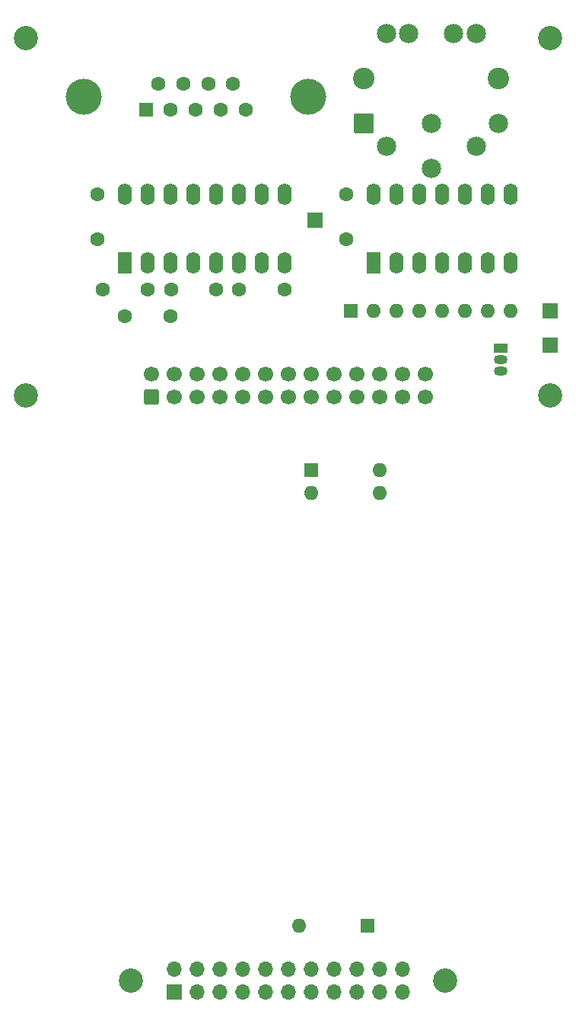
<source format=gbr>
%TF.GenerationSoftware,KiCad,Pcbnew,7.0.9*%
%TF.CreationDate,2024-02-17T15:53:24+01:00*%
%TF.ProjectId,kim-1-aux-card,6b696d2d-312d-4617-9578-2d636172642e,rev?*%
%TF.SameCoordinates,Original*%
%TF.FileFunction,Soldermask,Top*%
%TF.FilePolarity,Negative*%
%FSLAX46Y46*%
G04 Gerber Fmt 4.6, Leading zero omitted, Abs format (unit mm)*
G04 Created by KiCad (PCBNEW 7.0.9) date 2024-02-17 15:53:24*
%MOMM*%
%LPD*%
G01*
G04 APERTURE LIST*
G04 Aperture macros list*
%AMRoundRect*
0 Rectangle with rounded corners*
0 $1 Rounding radius*
0 $2 $3 $4 $5 $6 $7 $8 $9 X,Y pos of 4 corners*
0 Add a 4 corners polygon primitive as box body*
4,1,4,$2,$3,$4,$5,$6,$7,$8,$9,$2,$3,0*
0 Add four circle primitives for the rounded corners*
1,1,$1+$1,$2,$3*
1,1,$1+$1,$4,$5*
1,1,$1+$1,$6,$7*
1,1,$1+$1,$8,$9*
0 Add four rect primitives between the rounded corners*
20,1,$1+$1,$2,$3,$4,$5,0*
20,1,$1+$1,$4,$5,$6,$7,0*
20,1,$1+$1,$6,$7,$8,$9,0*
20,1,$1+$1,$8,$9,$2,$3,0*%
G04 Aperture macros list end*
%ADD10C,2.400000*%
%ADD11RoundRect,0.102000X0.975000X0.975000X-0.975000X0.975000X-0.975000X-0.975000X0.975000X-0.975000X0*%
%ADD12C,2.154000*%
%ADD13C,2.700000*%
%ADD14C,4.000000*%
%ADD15R,1.600000X1.600000*%
%ADD16C,1.600000*%
%ADD17R,1.500000X1.050000*%
%ADD18O,1.500000X1.050000*%
%ADD19R,1.600000X2.400000*%
%ADD20O,1.600000X2.400000*%
%ADD21O,1.600000X1.600000*%
%ADD22RoundRect,0.250000X0.600000X-0.600000X0.600000X0.600000X-0.600000X0.600000X-0.600000X-0.600000X0*%
%ADD23C,1.700000*%
%ADD24R,1.700000X1.700000*%
%ADD25O,1.700000X1.700000*%
G04 APERTURE END LIST*
D10*
%TO.C,J3*%
X165400000Y-47590000D03*
X150400000Y-47590000D03*
D11*
X150400000Y-52590000D03*
D12*
X152900000Y-55090000D03*
X157900000Y-52590000D03*
X162900000Y-55090000D03*
X165400000Y-52590000D03*
X157900000Y-57590000D03*
X162900000Y-42590000D03*
X160400000Y-42590000D03*
X155400000Y-42590000D03*
X152900000Y-42590000D03*
%TD*%
D13*
%TO.C,REF\u002A\u002A*%
X112780000Y-82770000D03*
%TD*%
D14*
%TO.C,J7*%
X144180000Y-49600331D03*
X119180000Y-49600331D03*
D15*
X126140000Y-51020331D03*
D16*
X128910000Y-51020331D03*
X131680000Y-51020331D03*
X134450000Y-51020331D03*
X137220000Y-51020331D03*
X127525000Y-48180331D03*
X130295000Y-48180331D03*
X133065000Y-48180331D03*
X135835000Y-48180331D03*
%TD*%
D17*
%TO.C,Q1*%
X165610000Y-77560000D03*
D18*
X165610000Y-78830000D03*
X165610000Y-80100000D03*
%TD*%
D13*
%TO.C,REF\u002A\u002A*%
X171120000Y-43040000D03*
%TD*%
D16*
%TO.C,C2*%
X123830000Y-74010000D03*
X128830000Y-74010000D03*
%TD*%
%TO.C,C6*%
X136530000Y-71010000D03*
X141530000Y-71010000D03*
%TD*%
D13*
%TO.C,REF\u002A\u002A*%
X171120000Y-82770000D03*
%TD*%
%TO.C,REF\u002A\u002A*%
X159410000Y-147800000D03*
%TD*%
D19*
%TO.C,U1*%
X151450000Y-68060000D03*
D20*
X153990000Y-68060000D03*
X156530000Y-68060000D03*
X159070000Y-68060000D03*
X161610000Y-68060000D03*
X164150000Y-68060000D03*
X166690000Y-68060000D03*
X166690000Y-60440000D03*
X164150000Y-60440000D03*
X161610000Y-60440000D03*
X159070000Y-60440000D03*
X156530000Y-60440000D03*
X153990000Y-60440000D03*
X151450000Y-60440000D03*
%TD*%
D15*
%TO.C,SW1*%
X150820000Y-141700000D03*
D21*
X143200000Y-141700000D03*
%TD*%
D16*
%TO.C,C3*%
X120780000Y-60440000D03*
X120780000Y-65440000D03*
%TD*%
D22*
%TO.C,J2*%
X126710000Y-82920000D03*
D23*
X126710000Y-80380000D03*
X129250000Y-82920000D03*
X129250000Y-80380000D03*
X131790000Y-82920000D03*
X131790000Y-80380000D03*
X134330000Y-82920000D03*
X134330000Y-80380000D03*
X136870000Y-82920000D03*
X136870000Y-80380000D03*
X139410000Y-82920000D03*
X139410000Y-80380000D03*
X141950000Y-82920000D03*
X141950000Y-80380000D03*
X144490000Y-82920000D03*
X144490000Y-80380000D03*
X147030000Y-82920000D03*
X147030000Y-80380000D03*
X149570000Y-82920000D03*
X149570000Y-80380000D03*
X152110000Y-82920000D03*
X152110000Y-80380000D03*
X154650000Y-82920000D03*
X154650000Y-80380000D03*
X157190000Y-82920000D03*
X157190000Y-80380000D03*
%TD*%
D16*
%TO.C,C4*%
X128990000Y-71010000D03*
X133990000Y-71010000D03*
%TD*%
D15*
%TO.C,RN1*%
X148910000Y-73380000D03*
D21*
X151450000Y-73380000D03*
X153990000Y-73380000D03*
X156530000Y-73380000D03*
X159070000Y-73380000D03*
X161610000Y-73380000D03*
X164150000Y-73380000D03*
X166690000Y-73380000D03*
%TD*%
D15*
%TO.C,SW2*%
X144490000Y-91110000D03*
D21*
X144490000Y-93650000D03*
X152110000Y-93650000D03*
X152110000Y-91110000D03*
%TD*%
D16*
%TO.C,C5*%
X121370000Y-71010000D03*
X126370000Y-71010000D03*
%TD*%
%TO.C,C1*%
X148400000Y-60440000D03*
X148400000Y-65440000D03*
%TD*%
D13*
%TO.C,REF\u002A\u002A*%
X124490000Y-147800000D03*
%TD*%
%TO.C,REF\u002A\u002A*%
X112780000Y-43040000D03*
%TD*%
D19*
%TO.C,U2*%
X123830000Y-68060000D03*
D20*
X126370000Y-68060000D03*
X128910000Y-68060000D03*
X131450000Y-68060000D03*
X133990000Y-68060000D03*
X136530000Y-68060000D03*
X139070000Y-68060000D03*
X141610000Y-68060000D03*
X141610000Y-60440000D03*
X139070000Y-60440000D03*
X136530000Y-60440000D03*
X133990000Y-60440000D03*
X131450000Y-60440000D03*
X128910000Y-60440000D03*
X126370000Y-60440000D03*
X123830000Y-60440000D03*
%TD*%
D24*
%TO.C,J5*%
X171120000Y-73380000D03*
%TD*%
%TO.C,J1*%
X129250000Y-149070000D03*
D25*
X129250000Y-146530000D03*
X131790000Y-149070000D03*
X131790000Y-146530000D03*
X134330000Y-149070000D03*
X134330000Y-146530000D03*
X136870000Y-149070000D03*
X136870000Y-146530000D03*
X139410000Y-149070000D03*
X139410000Y-146530000D03*
X141950000Y-149070000D03*
X141950000Y-146530000D03*
X144490000Y-149070000D03*
X144490000Y-146530000D03*
X147030000Y-149070000D03*
X147030000Y-146530000D03*
X149570000Y-149070000D03*
X149570000Y-146530000D03*
X152110000Y-149070000D03*
X152110000Y-146530000D03*
X154650000Y-149070000D03*
X154650000Y-146530000D03*
%TD*%
D24*
%TO.C,J6*%
X144980000Y-63330000D03*
%TD*%
%TO.C,J4*%
X171120000Y-77230000D03*
%TD*%
M02*

</source>
